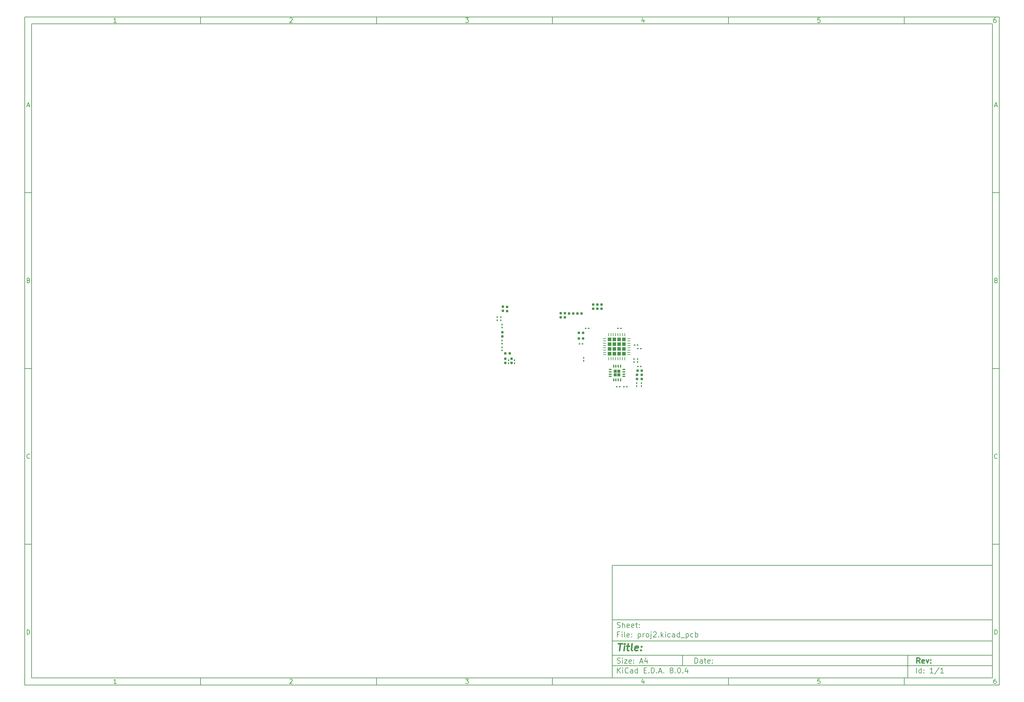
<source format=gbr>
%TF.GenerationSoftware,KiCad,Pcbnew,8.0.4*%
%TF.CreationDate,2024-08-19T20:12:35-04:00*%
%TF.ProjectId,proj2,70726f6a-322e-46b6-9963-61645f706362,rev?*%
%TF.SameCoordinates,Original*%
%TF.FileFunction,Paste,Top*%
%TF.FilePolarity,Positive*%
%FSLAX46Y46*%
G04 Gerber Fmt 4.6, Leading zero omitted, Abs format (unit mm)*
G04 Created by KiCad (PCBNEW 8.0.4) date 2024-08-19 20:12:35*
%MOMM*%
%LPD*%
G01*
G04 APERTURE LIST*
G04 Aperture macros list*
%AMRoundRect*
0 Rectangle with rounded corners*
0 $1 Rounding radius*
0 $2 $3 $4 $5 $6 $7 $8 $9 X,Y pos of 4 corners*
0 Add a 4 corners polygon primitive as box body*
4,1,4,$2,$3,$4,$5,$6,$7,$8,$9,$2,$3,0*
0 Add four circle primitives for the rounded corners*
1,1,$1+$1,$2,$3*
1,1,$1+$1,$4,$5*
1,1,$1+$1,$6,$7*
1,1,$1+$1,$8,$9*
0 Add four rect primitives between the rounded corners*
20,1,$1+$1,$2,$3,$4,$5,0*
20,1,$1+$1,$4,$5,$6,$7,0*
20,1,$1+$1,$6,$7,$8,$9,0*
20,1,$1+$1,$8,$9,$2,$3,0*%
G04 Aperture macros list end*
%ADD10C,0.100000*%
%ADD11C,0.150000*%
%ADD12C,0.300000*%
%ADD13C,0.400000*%
%ADD14RoundRect,0.160000X-0.160000X0.197500X-0.160000X-0.197500X0.160000X-0.197500X0.160000X0.197500X0*%
%ADD15RoundRect,0.160000X0.160000X-0.197500X0.160000X0.197500X-0.160000X0.197500X-0.160000X-0.197500X0*%
%ADD16RoundRect,0.090000X-0.139000X-0.090000X0.139000X-0.090000X0.139000X0.090000X-0.139000X0.090000X0*%
%ADD17RoundRect,0.160000X0.197500X0.160000X-0.197500X0.160000X-0.197500X-0.160000X0.197500X-0.160000X0*%
%ADD18RoundRect,0.090000X-0.090000X0.139000X-0.090000X-0.139000X0.090000X-0.139000X0.090000X0.139000X0*%
%ADD19RoundRect,0.160000X-0.197500X-0.160000X0.197500X-0.160000X0.197500X0.160000X-0.197500X0.160000X0*%
%ADD20RoundRect,0.090000X0.090000X-0.139000X0.090000X0.139000X-0.090000X0.139000X-0.090000X-0.139000X0*%
%ADD21RoundRect,0.250000X0.295000X-0.295000X0.295000X0.295000X-0.295000X0.295000X-0.295000X-0.295000X0*%
%ADD22RoundRect,0.062500X0.062500X-0.362500X0.062500X0.362500X-0.062500X0.362500X-0.062500X-0.362500X0*%
%ADD23RoundRect,0.062500X0.362500X-0.062500X0.362500X0.062500X-0.362500X0.062500X-0.362500X-0.062500X0*%
%ADD24RoundRect,0.227500X-0.227500X0.227500X-0.227500X-0.227500X0.227500X-0.227500X0.227500X0.227500X0*%
%ADD25RoundRect,0.075000X-0.075000X0.350000X-0.075000X-0.350000X0.075000X-0.350000X0.075000X0.350000X0*%
%ADD26RoundRect,0.075000X-0.350000X0.075000X-0.350000X-0.075000X0.350000X-0.075000X0.350000X0.075000X0*%
%ADD27RoundRect,0.090000X0.139000X0.090000X-0.139000X0.090000X-0.139000X-0.090000X0.139000X-0.090000X0*%
G04 APERTURE END LIST*
D10*
D11*
X177002200Y-166007200D02*
X285002200Y-166007200D01*
X285002200Y-198007200D01*
X177002200Y-198007200D01*
X177002200Y-166007200D01*
D10*
D11*
X10000000Y-10000000D02*
X287002200Y-10000000D01*
X287002200Y-200007200D01*
X10000000Y-200007200D01*
X10000000Y-10000000D01*
D10*
D11*
X12000000Y-12000000D02*
X285002200Y-12000000D01*
X285002200Y-198007200D01*
X12000000Y-198007200D01*
X12000000Y-12000000D01*
D10*
D11*
X60000000Y-12000000D02*
X60000000Y-10000000D01*
D10*
D11*
X110000000Y-12000000D02*
X110000000Y-10000000D01*
D10*
D11*
X160000000Y-12000000D02*
X160000000Y-10000000D01*
D10*
D11*
X210000000Y-12000000D02*
X210000000Y-10000000D01*
D10*
D11*
X260000000Y-12000000D02*
X260000000Y-10000000D01*
D10*
D11*
X36089160Y-11593604D02*
X35346303Y-11593604D01*
X35717731Y-11593604D02*
X35717731Y-10293604D01*
X35717731Y-10293604D02*
X35593922Y-10479319D01*
X35593922Y-10479319D02*
X35470112Y-10603128D01*
X35470112Y-10603128D02*
X35346303Y-10665033D01*
D10*
D11*
X85346303Y-10417414D02*
X85408207Y-10355509D01*
X85408207Y-10355509D02*
X85532017Y-10293604D01*
X85532017Y-10293604D02*
X85841541Y-10293604D01*
X85841541Y-10293604D02*
X85965350Y-10355509D01*
X85965350Y-10355509D02*
X86027255Y-10417414D01*
X86027255Y-10417414D02*
X86089160Y-10541223D01*
X86089160Y-10541223D02*
X86089160Y-10665033D01*
X86089160Y-10665033D02*
X86027255Y-10850747D01*
X86027255Y-10850747D02*
X85284398Y-11593604D01*
X85284398Y-11593604D02*
X86089160Y-11593604D01*
D10*
D11*
X135284398Y-10293604D02*
X136089160Y-10293604D01*
X136089160Y-10293604D02*
X135655826Y-10788842D01*
X135655826Y-10788842D02*
X135841541Y-10788842D01*
X135841541Y-10788842D02*
X135965350Y-10850747D01*
X135965350Y-10850747D02*
X136027255Y-10912652D01*
X136027255Y-10912652D02*
X136089160Y-11036461D01*
X136089160Y-11036461D02*
X136089160Y-11345985D01*
X136089160Y-11345985D02*
X136027255Y-11469795D01*
X136027255Y-11469795D02*
X135965350Y-11531700D01*
X135965350Y-11531700D02*
X135841541Y-11593604D01*
X135841541Y-11593604D02*
X135470112Y-11593604D01*
X135470112Y-11593604D02*
X135346303Y-11531700D01*
X135346303Y-11531700D02*
X135284398Y-11469795D01*
D10*
D11*
X185965350Y-10726938D02*
X185965350Y-11593604D01*
X185655826Y-10231700D02*
X185346303Y-11160271D01*
X185346303Y-11160271D02*
X186151064Y-11160271D01*
D10*
D11*
X236027255Y-10293604D02*
X235408207Y-10293604D01*
X235408207Y-10293604D02*
X235346303Y-10912652D01*
X235346303Y-10912652D02*
X235408207Y-10850747D01*
X235408207Y-10850747D02*
X235532017Y-10788842D01*
X235532017Y-10788842D02*
X235841541Y-10788842D01*
X235841541Y-10788842D02*
X235965350Y-10850747D01*
X235965350Y-10850747D02*
X236027255Y-10912652D01*
X236027255Y-10912652D02*
X236089160Y-11036461D01*
X236089160Y-11036461D02*
X236089160Y-11345985D01*
X236089160Y-11345985D02*
X236027255Y-11469795D01*
X236027255Y-11469795D02*
X235965350Y-11531700D01*
X235965350Y-11531700D02*
X235841541Y-11593604D01*
X235841541Y-11593604D02*
X235532017Y-11593604D01*
X235532017Y-11593604D02*
X235408207Y-11531700D01*
X235408207Y-11531700D02*
X235346303Y-11469795D01*
D10*
D11*
X285965350Y-10293604D02*
X285717731Y-10293604D01*
X285717731Y-10293604D02*
X285593922Y-10355509D01*
X285593922Y-10355509D02*
X285532017Y-10417414D01*
X285532017Y-10417414D02*
X285408207Y-10603128D01*
X285408207Y-10603128D02*
X285346303Y-10850747D01*
X285346303Y-10850747D02*
X285346303Y-11345985D01*
X285346303Y-11345985D02*
X285408207Y-11469795D01*
X285408207Y-11469795D02*
X285470112Y-11531700D01*
X285470112Y-11531700D02*
X285593922Y-11593604D01*
X285593922Y-11593604D02*
X285841541Y-11593604D01*
X285841541Y-11593604D02*
X285965350Y-11531700D01*
X285965350Y-11531700D02*
X286027255Y-11469795D01*
X286027255Y-11469795D02*
X286089160Y-11345985D01*
X286089160Y-11345985D02*
X286089160Y-11036461D01*
X286089160Y-11036461D02*
X286027255Y-10912652D01*
X286027255Y-10912652D02*
X285965350Y-10850747D01*
X285965350Y-10850747D02*
X285841541Y-10788842D01*
X285841541Y-10788842D02*
X285593922Y-10788842D01*
X285593922Y-10788842D02*
X285470112Y-10850747D01*
X285470112Y-10850747D02*
X285408207Y-10912652D01*
X285408207Y-10912652D02*
X285346303Y-11036461D01*
D10*
D11*
X60000000Y-198007200D02*
X60000000Y-200007200D01*
D10*
D11*
X110000000Y-198007200D02*
X110000000Y-200007200D01*
D10*
D11*
X160000000Y-198007200D02*
X160000000Y-200007200D01*
D10*
D11*
X210000000Y-198007200D02*
X210000000Y-200007200D01*
D10*
D11*
X260000000Y-198007200D02*
X260000000Y-200007200D01*
D10*
D11*
X36089160Y-199600804D02*
X35346303Y-199600804D01*
X35717731Y-199600804D02*
X35717731Y-198300804D01*
X35717731Y-198300804D02*
X35593922Y-198486519D01*
X35593922Y-198486519D02*
X35470112Y-198610328D01*
X35470112Y-198610328D02*
X35346303Y-198672233D01*
D10*
D11*
X85346303Y-198424614D02*
X85408207Y-198362709D01*
X85408207Y-198362709D02*
X85532017Y-198300804D01*
X85532017Y-198300804D02*
X85841541Y-198300804D01*
X85841541Y-198300804D02*
X85965350Y-198362709D01*
X85965350Y-198362709D02*
X86027255Y-198424614D01*
X86027255Y-198424614D02*
X86089160Y-198548423D01*
X86089160Y-198548423D02*
X86089160Y-198672233D01*
X86089160Y-198672233D02*
X86027255Y-198857947D01*
X86027255Y-198857947D02*
X85284398Y-199600804D01*
X85284398Y-199600804D02*
X86089160Y-199600804D01*
D10*
D11*
X135284398Y-198300804D02*
X136089160Y-198300804D01*
X136089160Y-198300804D02*
X135655826Y-198796042D01*
X135655826Y-198796042D02*
X135841541Y-198796042D01*
X135841541Y-198796042D02*
X135965350Y-198857947D01*
X135965350Y-198857947D02*
X136027255Y-198919852D01*
X136027255Y-198919852D02*
X136089160Y-199043661D01*
X136089160Y-199043661D02*
X136089160Y-199353185D01*
X136089160Y-199353185D02*
X136027255Y-199476995D01*
X136027255Y-199476995D02*
X135965350Y-199538900D01*
X135965350Y-199538900D02*
X135841541Y-199600804D01*
X135841541Y-199600804D02*
X135470112Y-199600804D01*
X135470112Y-199600804D02*
X135346303Y-199538900D01*
X135346303Y-199538900D02*
X135284398Y-199476995D01*
D10*
D11*
X185965350Y-198734138D02*
X185965350Y-199600804D01*
X185655826Y-198238900D02*
X185346303Y-199167471D01*
X185346303Y-199167471D02*
X186151064Y-199167471D01*
D10*
D11*
X236027255Y-198300804D02*
X235408207Y-198300804D01*
X235408207Y-198300804D02*
X235346303Y-198919852D01*
X235346303Y-198919852D02*
X235408207Y-198857947D01*
X235408207Y-198857947D02*
X235532017Y-198796042D01*
X235532017Y-198796042D02*
X235841541Y-198796042D01*
X235841541Y-198796042D02*
X235965350Y-198857947D01*
X235965350Y-198857947D02*
X236027255Y-198919852D01*
X236027255Y-198919852D02*
X236089160Y-199043661D01*
X236089160Y-199043661D02*
X236089160Y-199353185D01*
X236089160Y-199353185D02*
X236027255Y-199476995D01*
X236027255Y-199476995D02*
X235965350Y-199538900D01*
X235965350Y-199538900D02*
X235841541Y-199600804D01*
X235841541Y-199600804D02*
X235532017Y-199600804D01*
X235532017Y-199600804D02*
X235408207Y-199538900D01*
X235408207Y-199538900D02*
X235346303Y-199476995D01*
D10*
D11*
X285965350Y-198300804D02*
X285717731Y-198300804D01*
X285717731Y-198300804D02*
X285593922Y-198362709D01*
X285593922Y-198362709D02*
X285532017Y-198424614D01*
X285532017Y-198424614D02*
X285408207Y-198610328D01*
X285408207Y-198610328D02*
X285346303Y-198857947D01*
X285346303Y-198857947D02*
X285346303Y-199353185D01*
X285346303Y-199353185D02*
X285408207Y-199476995D01*
X285408207Y-199476995D02*
X285470112Y-199538900D01*
X285470112Y-199538900D02*
X285593922Y-199600804D01*
X285593922Y-199600804D02*
X285841541Y-199600804D01*
X285841541Y-199600804D02*
X285965350Y-199538900D01*
X285965350Y-199538900D02*
X286027255Y-199476995D01*
X286027255Y-199476995D02*
X286089160Y-199353185D01*
X286089160Y-199353185D02*
X286089160Y-199043661D01*
X286089160Y-199043661D02*
X286027255Y-198919852D01*
X286027255Y-198919852D02*
X285965350Y-198857947D01*
X285965350Y-198857947D02*
X285841541Y-198796042D01*
X285841541Y-198796042D02*
X285593922Y-198796042D01*
X285593922Y-198796042D02*
X285470112Y-198857947D01*
X285470112Y-198857947D02*
X285408207Y-198919852D01*
X285408207Y-198919852D02*
X285346303Y-199043661D01*
D10*
D11*
X10000000Y-60000000D02*
X12000000Y-60000000D01*
D10*
D11*
X10000000Y-110000000D02*
X12000000Y-110000000D01*
D10*
D11*
X10000000Y-160000000D02*
X12000000Y-160000000D01*
D10*
D11*
X10690476Y-35222176D02*
X11309523Y-35222176D01*
X10566666Y-35593604D02*
X10999999Y-34293604D01*
X10999999Y-34293604D02*
X11433333Y-35593604D01*
D10*
D11*
X11092857Y-84912652D02*
X11278571Y-84974557D01*
X11278571Y-84974557D02*
X11340476Y-85036461D01*
X11340476Y-85036461D02*
X11402380Y-85160271D01*
X11402380Y-85160271D02*
X11402380Y-85345985D01*
X11402380Y-85345985D02*
X11340476Y-85469795D01*
X11340476Y-85469795D02*
X11278571Y-85531700D01*
X11278571Y-85531700D02*
X11154761Y-85593604D01*
X11154761Y-85593604D02*
X10659523Y-85593604D01*
X10659523Y-85593604D02*
X10659523Y-84293604D01*
X10659523Y-84293604D02*
X11092857Y-84293604D01*
X11092857Y-84293604D02*
X11216666Y-84355509D01*
X11216666Y-84355509D02*
X11278571Y-84417414D01*
X11278571Y-84417414D02*
X11340476Y-84541223D01*
X11340476Y-84541223D02*
X11340476Y-84665033D01*
X11340476Y-84665033D02*
X11278571Y-84788842D01*
X11278571Y-84788842D02*
X11216666Y-84850747D01*
X11216666Y-84850747D02*
X11092857Y-84912652D01*
X11092857Y-84912652D02*
X10659523Y-84912652D01*
D10*
D11*
X11402380Y-135469795D02*
X11340476Y-135531700D01*
X11340476Y-135531700D02*
X11154761Y-135593604D01*
X11154761Y-135593604D02*
X11030952Y-135593604D01*
X11030952Y-135593604D02*
X10845238Y-135531700D01*
X10845238Y-135531700D02*
X10721428Y-135407890D01*
X10721428Y-135407890D02*
X10659523Y-135284080D01*
X10659523Y-135284080D02*
X10597619Y-135036461D01*
X10597619Y-135036461D02*
X10597619Y-134850747D01*
X10597619Y-134850747D02*
X10659523Y-134603128D01*
X10659523Y-134603128D02*
X10721428Y-134479319D01*
X10721428Y-134479319D02*
X10845238Y-134355509D01*
X10845238Y-134355509D02*
X11030952Y-134293604D01*
X11030952Y-134293604D02*
X11154761Y-134293604D01*
X11154761Y-134293604D02*
X11340476Y-134355509D01*
X11340476Y-134355509D02*
X11402380Y-134417414D01*
D10*
D11*
X10659523Y-185593604D02*
X10659523Y-184293604D01*
X10659523Y-184293604D02*
X10969047Y-184293604D01*
X10969047Y-184293604D02*
X11154761Y-184355509D01*
X11154761Y-184355509D02*
X11278571Y-184479319D01*
X11278571Y-184479319D02*
X11340476Y-184603128D01*
X11340476Y-184603128D02*
X11402380Y-184850747D01*
X11402380Y-184850747D02*
X11402380Y-185036461D01*
X11402380Y-185036461D02*
X11340476Y-185284080D01*
X11340476Y-185284080D02*
X11278571Y-185407890D01*
X11278571Y-185407890D02*
X11154761Y-185531700D01*
X11154761Y-185531700D02*
X10969047Y-185593604D01*
X10969047Y-185593604D02*
X10659523Y-185593604D01*
D10*
D11*
X287002200Y-60000000D02*
X285002200Y-60000000D01*
D10*
D11*
X287002200Y-110000000D02*
X285002200Y-110000000D01*
D10*
D11*
X287002200Y-160000000D02*
X285002200Y-160000000D01*
D10*
D11*
X285692676Y-35222176D02*
X286311723Y-35222176D01*
X285568866Y-35593604D02*
X286002199Y-34293604D01*
X286002199Y-34293604D02*
X286435533Y-35593604D01*
D10*
D11*
X286095057Y-84912652D02*
X286280771Y-84974557D01*
X286280771Y-84974557D02*
X286342676Y-85036461D01*
X286342676Y-85036461D02*
X286404580Y-85160271D01*
X286404580Y-85160271D02*
X286404580Y-85345985D01*
X286404580Y-85345985D02*
X286342676Y-85469795D01*
X286342676Y-85469795D02*
X286280771Y-85531700D01*
X286280771Y-85531700D02*
X286156961Y-85593604D01*
X286156961Y-85593604D02*
X285661723Y-85593604D01*
X285661723Y-85593604D02*
X285661723Y-84293604D01*
X285661723Y-84293604D02*
X286095057Y-84293604D01*
X286095057Y-84293604D02*
X286218866Y-84355509D01*
X286218866Y-84355509D02*
X286280771Y-84417414D01*
X286280771Y-84417414D02*
X286342676Y-84541223D01*
X286342676Y-84541223D02*
X286342676Y-84665033D01*
X286342676Y-84665033D02*
X286280771Y-84788842D01*
X286280771Y-84788842D02*
X286218866Y-84850747D01*
X286218866Y-84850747D02*
X286095057Y-84912652D01*
X286095057Y-84912652D02*
X285661723Y-84912652D01*
D10*
D11*
X286404580Y-135469795D02*
X286342676Y-135531700D01*
X286342676Y-135531700D02*
X286156961Y-135593604D01*
X286156961Y-135593604D02*
X286033152Y-135593604D01*
X286033152Y-135593604D02*
X285847438Y-135531700D01*
X285847438Y-135531700D02*
X285723628Y-135407890D01*
X285723628Y-135407890D02*
X285661723Y-135284080D01*
X285661723Y-135284080D02*
X285599819Y-135036461D01*
X285599819Y-135036461D02*
X285599819Y-134850747D01*
X285599819Y-134850747D02*
X285661723Y-134603128D01*
X285661723Y-134603128D02*
X285723628Y-134479319D01*
X285723628Y-134479319D02*
X285847438Y-134355509D01*
X285847438Y-134355509D02*
X286033152Y-134293604D01*
X286033152Y-134293604D02*
X286156961Y-134293604D01*
X286156961Y-134293604D02*
X286342676Y-134355509D01*
X286342676Y-134355509D02*
X286404580Y-134417414D01*
D10*
D11*
X285661723Y-185593604D02*
X285661723Y-184293604D01*
X285661723Y-184293604D02*
X285971247Y-184293604D01*
X285971247Y-184293604D02*
X286156961Y-184355509D01*
X286156961Y-184355509D02*
X286280771Y-184479319D01*
X286280771Y-184479319D02*
X286342676Y-184603128D01*
X286342676Y-184603128D02*
X286404580Y-184850747D01*
X286404580Y-184850747D02*
X286404580Y-185036461D01*
X286404580Y-185036461D02*
X286342676Y-185284080D01*
X286342676Y-185284080D02*
X286280771Y-185407890D01*
X286280771Y-185407890D02*
X286156961Y-185531700D01*
X286156961Y-185531700D02*
X285971247Y-185593604D01*
X285971247Y-185593604D02*
X285661723Y-185593604D01*
D10*
D11*
X200458026Y-193793328D02*
X200458026Y-192293328D01*
X200458026Y-192293328D02*
X200815169Y-192293328D01*
X200815169Y-192293328D02*
X201029455Y-192364757D01*
X201029455Y-192364757D02*
X201172312Y-192507614D01*
X201172312Y-192507614D02*
X201243741Y-192650471D01*
X201243741Y-192650471D02*
X201315169Y-192936185D01*
X201315169Y-192936185D02*
X201315169Y-193150471D01*
X201315169Y-193150471D02*
X201243741Y-193436185D01*
X201243741Y-193436185D02*
X201172312Y-193579042D01*
X201172312Y-193579042D02*
X201029455Y-193721900D01*
X201029455Y-193721900D02*
X200815169Y-193793328D01*
X200815169Y-193793328D02*
X200458026Y-193793328D01*
X202600884Y-193793328D02*
X202600884Y-193007614D01*
X202600884Y-193007614D02*
X202529455Y-192864757D01*
X202529455Y-192864757D02*
X202386598Y-192793328D01*
X202386598Y-192793328D02*
X202100884Y-192793328D01*
X202100884Y-192793328D02*
X201958026Y-192864757D01*
X202600884Y-193721900D02*
X202458026Y-193793328D01*
X202458026Y-193793328D02*
X202100884Y-193793328D01*
X202100884Y-193793328D02*
X201958026Y-193721900D01*
X201958026Y-193721900D02*
X201886598Y-193579042D01*
X201886598Y-193579042D02*
X201886598Y-193436185D01*
X201886598Y-193436185D02*
X201958026Y-193293328D01*
X201958026Y-193293328D02*
X202100884Y-193221900D01*
X202100884Y-193221900D02*
X202458026Y-193221900D01*
X202458026Y-193221900D02*
X202600884Y-193150471D01*
X203100884Y-192793328D02*
X203672312Y-192793328D01*
X203315169Y-192293328D02*
X203315169Y-193579042D01*
X203315169Y-193579042D02*
X203386598Y-193721900D01*
X203386598Y-193721900D02*
X203529455Y-193793328D01*
X203529455Y-193793328D02*
X203672312Y-193793328D01*
X204743741Y-193721900D02*
X204600884Y-193793328D01*
X204600884Y-193793328D02*
X204315170Y-193793328D01*
X204315170Y-193793328D02*
X204172312Y-193721900D01*
X204172312Y-193721900D02*
X204100884Y-193579042D01*
X204100884Y-193579042D02*
X204100884Y-193007614D01*
X204100884Y-193007614D02*
X204172312Y-192864757D01*
X204172312Y-192864757D02*
X204315170Y-192793328D01*
X204315170Y-192793328D02*
X204600884Y-192793328D01*
X204600884Y-192793328D02*
X204743741Y-192864757D01*
X204743741Y-192864757D02*
X204815170Y-193007614D01*
X204815170Y-193007614D02*
X204815170Y-193150471D01*
X204815170Y-193150471D02*
X204100884Y-193293328D01*
X205458026Y-193650471D02*
X205529455Y-193721900D01*
X205529455Y-193721900D02*
X205458026Y-193793328D01*
X205458026Y-193793328D02*
X205386598Y-193721900D01*
X205386598Y-193721900D02*
X205458026Y-193650471D01*
X205458026Y-193650471D02*
X205458026Y-193793328D01*
X205458026Y-192864757D02*
X205529455Y-192936185D01*
X205529455Y-192936185D02*
X205458026Y-193007614D01*
X205458026Y-193007614D02*
X205386598Y-192936185D01*
X205386598Y-192936185D02*
X205458026Y-192864757D01*
X205458026Y-192864757D02*
X205458026Y-193007614D01*
D10*
D11*
X177002200Y-194507200D02*
X285002200Y-194507200D01*
D10*
D11*
X178458026Y-196593328D02*
X178458026Y-195093328D01*
X179315169Y-196593328D02*
X178672312Y-195736185D01*
X179315169Y-195093328D02*
X178458026Y-195950471D01*
X179958026Y-196593328D02*
X179958026Y-195593328D01*
X179958026Y-195093328D02*
X179886598Y-195164757D01*
X179886598Y-195164757D02*
X179958026Y-195236185D01*
X179958026Y-195236185D02*
X180029455Y-195164757D01*
X180029455Y-195164757D02*
X179958026Y-195093328D01*
X179958026Y-195093328D02*
X179958026Y-195236185D01*
X181529455Y-196450471D02*
X181458027Y-196521900D01*
X181458027Y-196521900D02*
X181243741Y-196593328D01*
X181243741Y-196593328D02*
X181100884Y-196593328D01*
X181100884Y-196593328D02*
X180886598Y-196521900D01*
X180886598Y-196521900D02*
X180743741Y-196379042D01*
X180743741Y-196379042D02*
X180672312Y-196236185D01*
X180672312Y-196236185D02*
X180600884Y-195950471D01*
X180600884Y-195950471D02*
X180600884Y-195736185D01*
X180600884Y-195736185D02*
X180672312Y-195450471D01*
X180672312Y-195450471D02*
X180743741Y-195307614D01*
X180743741Y-195307614D02*
X180886598Y-195164757D01*
X180886598Y-195164757D02*
X181100884Y-195093328D01*
X181100884Y-195093328D02*
X181243741Y-195093328D01*
X181243741Y-195093328D02*
X181458027Y-195164757D01*
X181458027Y-195164757D02*
X181529455Y-195236185D01*
X182815170Y-196593328D02*
X182815170Y-195807614D01*
X182815170Y-195807614D02*
X182743741Y-195664757D01*
X182743741Y-195664757D02*
X182600884Y-195593328D01*
X182600884Y-195593328D02*
X182315170Y-195593328D01*
X182315170Y-195593328D02*
X182172312Y-195664757D01*
X182815170Y-196521900D02*
X182672312Y-196593328D01*
X182672312Y-196593328D02*
X182315170Y-196593328D01*
X182315170Y-196593328D02*
X182172312Y-196521900D01*
X182172312Y-196521900D02*
X182100884Y-196379042D01*
X182100884Y-196379042D02*
X182100884Y-196236185D01*
X182100884Y-196236185D02*
X182172312Y-196093328D01*
X182172312Y-196093328D02*
X182315170Y-196021900D01*
X182315170Y-196021900D02*
X182672312Y-196021900D01*
X182672312Y-196021900D02*
X182815170Y-195950471D01*
X184172313Y-196593328D02*
X184172313Y-195093328D01*
X184172313Y-196521900D02*
X184029455Y-196593328D01*
X184029455Y-196593328D02*
X183743741Y-196593328D01*
X183743741Y-196593328D02*
X183600884Y-196521900D01*
X183600884Y-196521900D02*
X183529455Y-196450471D01*
X183529455Y-196450471D02*
X183458027Y-196307614D01*
X183458027Y-196307614D02*
X183458027Y-195879042D01*
X183458027Y-195879042D02*
X183529455Y-195736185D01*
X183529455Y-195736185D02*
X183600884Y-195664757D01*
X183600884Y-195664757D02*
X183743741Y-195593328D01*
X183743741Y-195593328D02*
X184029455Y-195593328D01*
X184029455Y-195593328D02*
X184172313Y-195664757D01*
X186029455Y-195807614D02*
X186529455Y-195807614D01*
X186743741Y-196593328D02*
X186029455Y-196593328D01*
X186029455Y-196593328D02*
X186029455Y-195093328D01*
X186029455Y-195093328D02*
X186743741Y-195093328D01*
X187386598Y-196450471D02*
X187458027Y-196521900D01*
X187458027Y-196521900D02*
X187386598Y-196593328D01*
X187386598Y-196593328D02*
X187315170Y-196521900D01*
X187315170Y-196521900D02*
X187386598Y-196450471D01*
X187386598Y-196450471D02*
X187386598Y-196593328D01*
X188100884Y-196593328D02*
X188100884Y-195093328D01*
X188100884Y-195093328D02*
X188458027Y-195093328D01*
X188458027Y-195093328D02*
X188672313Y-195164757D01*
X188672313Y-195164757D02*
X188815170Y-195307614D01*
X188815170Y-195307614D02*
X188886599Y-195450471D01*
X188886599Y-195450471D02*
X188958027Y-195736185D01*
X188958027Y-195736185D02*
X188958027Y-195950471D01*
X188958027Y-195950471D02*
X188886599Y-196236185D01*
X188886599Y-196236185D02*
X188815170Y-196379042D01*
X188815170Y-196379042D02*
X188672313Y-196521900D01*
X188672313Y-196521900D02*
X188458027Y-196593328D01*
X188458027Y-196593328D02*
X188100884Y-196593328D01*
X189600884Y-196450471D02*
X189672313Y-196521900D01*
X189672313Y-196521900D02*
X189600884Y-196593328D01*
X189600884Y-196593328D02*
X189529456Y-196521900D01*
X189529456Y-196521900D02*
X189600884Y-196450471D01*
X189600884Y-196450471D02*
X189600884Y-196593328D01*
X190243742Y-196164757D02*
X190958028Y-196164757D01*
X190100885Y-196593328D02*
X190600885Y-195093328D01*
X190600885Y-195093328D02*
X191100885Y-196593328D01*
X191600884Y-196450471D02*
X191672313Y-196521900D01*
X191672313Y-196521900D02*
X191600884Y-196593328D01*
X191600884Y-196593328D02*
X191529456Y-196521900D01*
X191529456Y-196521900D02*
X191600884Y-196450471D01*
X191600884Y-196450471D02*
X191600884Y-196593328D01*
X193672313Y-195736185D02*
X193529456Y-195664757D01*
X193529456Y-195664757D02*
X193458027Y-195593328D01*
X193458027Y-195593328D02*
X193386599Y-195450471D01*
X193386599Y-195450471D02*
X193386599Y-195379042D01*
X193386599Y-195379042D02*
X193458027Y-195236185D01*
X193458027Y-195236185D02*
X193529456Y-195164757D01*
X193529456Y-195164757D02*
X193672313Y-195093328D01*
X193672313Y-195093328D02*
X193958027Y-195093328D01*
X193958027Y-195093328D02*
X194100885Y-195164757D01*
X194100885Y-195164757D02*
X194172313Y-195236185D01*
X194172313Y-195236185D02*
X194243742Y-195379042D01*
X194243742Y-195379042D02*
X194243742Y-195450471D01*
X194243742Y-195450471D02*
X194172313Y-195593328D01*
X194172313Y-195593328D02*
X194100885Y-195664757D01*
X194100885Y-195664757D02*
X193958027Y-195736185D01*
X193958027Y-195736185D02*
X193672313Y-195736185D01*
X193672313Y-195736185D02*
X193529456Y-195807614D01*
X193529456Y-195807614D02*
X193458027Y-195879042D01*
X193458027Y-195879042D02*
X193386599Y-196021900D01*
X193386599Y-196021900D02*
X193386599Y-196307614D01*
X193386599Y-196307614D02*
X193458027Y-196450471D01*
X193458027Y-196450471D02*
X193529456Y-196521900D01*
X193529456Y-196521900D02*
X193672313Y-196593328D01*
X193672313Y-196593328D02*
X193958027Y-196593328D01*
X193958027Y-196593328D02*
X194100885Y-196521900D01*
X194100885Y-196521900D02*
X194172313Y-196450471D01*
X194172313Y-196450471D02*
X194243742Y-196307614D01*
X194243742Y-196307614D02*
X194243742Y-196021900D01*
X194243742Y-196021900D02*
X194172313Y-195879042D01*
X194172313Y-195879042D02*
X194100885Y-195807614D01*
X194100885Y-195807614D02*
X193958027Y-195736185D01*
X194886598Y-196450471D02*
X194958027Y-196521900D01*
X194958027Y-196521900D02*
X194886598Y-196593328D01*
X194886598Y-196593328D02*
X194815170Y-196521900D01*
X194815170Y-196521900D02*
X194886598Y-196450471D01*
X194886598Y-196450471D02*
X194886598Y-196593328D01*
X195886599Y-195093328D02*
X196029456Y-195093328D01*
X196029456Y-195093328D02*
X196172313Y-195164757D01*
X196172313Y-195164757D02*
X196243742Y-195236185D01*
X196243742Y-195236185D02*
X196315170Y-195379042D01*
X196315170Y-195379042D02*
X196386599Y-195664757D01*
X196386599Y-195664757D02*
X196386599Y-196021900D01*
X196386599Y-196021900D02*
X196315170Y-196307614D01*
X196315170Y-196307614D02*
X196243742Y-196450471D01*
X196243742Y-196450471D02*
X196172313Y-196521900D01*
X196172313Y-196521900D02*
X196029456Y-196593328D01*
X196029456Y-196593328D02*
X195886599Y-196593328D01*
X195886599Y-196593328D02*
X195743742Y-196521900D01*
X195743742Y-196521900D02*
X195672313Y-196450471D01*
X195672313Y-196450471D02*
X195600884Y-196307614D01*
X195600884Y-196307614D02*
X195529456Y-196021900D01*
X195529456Y-196021900D02*
X195529456Y-195664757D01*
X195529456Y-195664757D02*
X195600884Y-195379042D01*
X195600884Y-195379042D02*
X195672313Y-195236185D01*
X195672313Y-195236185D02*
X195743742Y-195164757D01*
X195743742Y-195164757D02*
X195886599Y-195093328D01*
X197029455Y-196450471D02*
X197100884Y-196521900D01*
X197100884Y-196521900D02*
X197029455Y-196593328D01*
X197029455Y-196593328D02*
X196958027Y-196521900D01*
X196958027Y-196521900D02*
X197029455Y-196450471D01*
X197029455Y-196450471D02*
X197029455Y-196593328D01*
X198386599Y-195593328D02*
X198386599Y-196593328D01*
X198029456Y-195021900D02*
X197672313Y-196093328D01*
X197672313Y-196093328D02*
X198600884Y-196093328D01*
D10*
D11*
X177002200Y-191507200D02*
X285002200Y-191507200D01*
D10*
D12*
X264413853Y-193785528D02*
X263913853Y-193071242D01*
X263556710Y-193785528D02*
X263556710Y-192285528D01*
X263556710Y-192285528D02*
X264128139Y-192285528D01*
X264128139Y-192285528D02*
X264270996Y-192356957D01*
X264270996Y-192356957D02*
X264342425Y-192428385D01*
X264342425Y-192428385D02*
X264413853Y-192571242D01*
X264413853Y-192571242D02*
X264413853Y-192785528D01*
X264413853Y-192785528D02*
X264342425Y-192928385D01*
X264342425Y-192928385D02*
X264270996Y-192999814D01*
X264270996Y-192999814D02*
X264128139Y-193071242D01*
X264128139Y-193071242D02*
X263556710Y-193071242D01*
X265628139Y-193714100D02*
X265485282Y-193785528D01*
X265485282Y-193785528D02*
X265199568Y-193785528D01*
X265199568Y-193785528D02*
X265056710Y-193714100D01*
X265056710Y-193714100D02*
X264985282Y-193571242D01*
X264985282Y-193571242D02*
X264985282Y-192999814D01*
X264985282Y-192999814D02*
X265056710Y-192856957D01*
X265056710Y-192856957D02*
X265199568Y-192785528D01*
X265199568Y-192785528D02*
X265485282Y-192785528D01*
X265485282Y-192785528D02*
X265628139Y-192856957D01*
X265628139Y-192856957D02*
X265699568Y-192999814D01*
X265699568Y-192999814D02*
X265699568Y-193142671D01*
X265699568Y-193142671D02*
X264985282Y-193285528D01*
X266199567Y-192785528D02*
X266556710Y-193785528D01*
X266556710Y-193785528D02*
X266913853Y-192785528D01*
X267485281Y-193642671D02*
X267556710Y-193714100D01*
X267556710Y-193714100D02*
X267485281Y-193785528D01*
X267485281Y-193785528D02*
X267413853Y-193714100D01*
X267413853Y-193714100D02*
X267485281Y-193642671D01*
X267485281Y-193642671D02*
X267485281Y-193785528D01*
X267485281Y-192856957D02*
X267556710Y-192928385D01*
X267556710Y-192928385D02*
X267485281Y-192999814D01*
X267485281Y-192999814D02*
X267413853Y-192928385D01*
X267413853Y-192928385D02*
X267485281Y-192856957D01*
X267485281Y-192856957D02*
X267485281Y-192999814D01*
D10*
D11*
X178386598Y-193721900D02*
X178600884Y-193793328D01*
X178600884Y-193793328D02*
X178958026Y-193793328D01*
X178958026Y-193793328D02*
X179100884Y-193721900D01*
X179100884Y-193721900D02*
X179172312Y-193650471D01*
X179172312Y-193650471D02*
X179243741Y-193507614D01*
X179243741Y-193507614D02*
X179243741Y-193364757D01*
X179243741Y-193364757D02*
X179172312Y-193221900D01*
X179172312Y-193221900D02*
X179100884Y-193150471D01*
X179100884Y-193150471D02*
X178958026Y-193079042D01*
X178958026Y-193079042D02*
X178672312Y-193007614D01*
X178672312Y-193007614D02*
X178529455Y-192936185D01*
X178529455Y-192936185D02*
X178458026Y-192864757D01*
X178458026Y-192864757D02*
X178386598Y-192721900D01*
X178386598Y-192721900D02*
X178386598Y-192579042D01*
X178386598Y-192579042D02*
X178458026Y-192436185D01*
X178458026Y-192436185D02*
X178529455Y-192364757D01*
X178529455Y-192364757D02*
X178672312Y-192293328D01*
X178672312Y-192293328D02*
X179029455Y-192293328D01*
X179029455Y-192293328D02*
X179243741Y-192364757D01*
X179886597Y-193793328D02*
X179886597Y-192793328D01*
X179886597Y-192293328D02*
X179815169Y-192364757D01*
X179815169Y-192364757D02*
X179886597Y-192436185D01*
X179886597Y-192436185D02*
X179958026Y-192364757D01*
X179958026Y-192364757D02*
X179886597Y-192293328D01*
X179886597Y-192293328D02*
X179886597Y-192436185D01*
X180458026Y-192793328D02*
X181243741Y-192793328D01*
X181243741Y-192793328D02*
X180458026Y-193793328D01*
X180458026Y-193793328D02*
X181243741Y-193793328D01*
X182386598Y-193721900D02*
X182243741Y-193793328D01*
X182243741Y-193793328D02*
X181958027Y-193793328D01*
X181958027Y-193793328D02*
X181815169Y-193721900D01*
X181815169Y-193721900D02*
X181743741Y-193579042D01*
X181743741Y-193579042D02*
X181743741Y-193007614D01*
X181743741Y-193007614D02*
X181815169Y-192864757D01*
X181815169Y-192864757D02*
X181958027Y-192793328D01*
X181958027Y-192793328D02*
X182243741Y-192793328D01*
X182243741Y-192793328D02*
X182386598Y-192864757D01*
X182386598Y-192864757D02*
X182458027Y-193007614D01*
X182458027Y-193007614D02*
X182458027Y-193150471D01*
X182458027Y-193150471D02*
X181743741Y-193293328D01*
X183100883Y-193650471D02*
X183172312Y-193721900D01*
X183172312Y-193721900D02*
X183100883Y-193793328D01*
X183100883Y-193793328D02*
X183029455Y-193721900D01*
X183029455Y-193721900D02*
X183100883Y-193650471D01*
X183100883Y-193650471D02*
X183100883Y-193793328D01*
X183100883Y-192864757D02*
X183172312Y-192936185D01*
X183172312Y-192936185D02*
X183100883Y-193007614D01*
X183100883Y-193007614D02*
X183029455Y-192936185D01*
X183029455Y-192936185D02*
X183100883Y-192864757D01*
X183100883Y-192864757D02*
X183100883Y-193007614D01*
X184886598Y-193364757D02*
X185600884Y-193364757D01*
X184743741Y-193793328D02*
X185243741Y-192293328D01*
X185243741Y-192293328D02*
X185743741Y-193793328D01*
X186886598Y-192793328D02*
X186886598Y-193793328D01*
X186529455Y-192221900D02*
X186172312Y-193293328D01*
X186172312Y-193293328D02*
X187100883Y-193293328D01*
D10*
D11*
X263458026Y-196593328D02*
X263458026Y-195093328D01*
X264815170Y-196593328D02*
X264815170Y-195093328D01*
X264815170Y-196521900D02*
X264672312Y-196593328D01*
X264672312Y-196593328D02*
X264386598Y-196593328D01*
X264386598Y-196593328D02*
X264243741Y-196521900D01*
X264243741Y-196521900D02*
X264172312Y-196450471D01*
X264172312Y-196450471D02*
X264100884Y-196307614D01*
X264100884Y-196307614D02*
X264100884Y-195879042D01*
X264100884Y-195879042D02*
X264172312Y-195736185D01*
X264172312Y-195736185D02*
X264243741Y-195664757D01*
X264243741Y-195664757D02*
X264386598Y-195593328D01*
X264386598Y-195593328D02*
X264672312Y-195593328D01*
X264672312Y-195593328D02*
X264815170Y-195664757D01*
X265529455Y-196450471D02*
X265600884Y-196521900D01*
X265600884Y-196521900D02*
X265529455Y-196593328D01*
X265529455Y-196593328D02*
X265458027Y-196521900D01*
X265458027Y-196521900D02*
X265529455Y-196450471D01*
X265529455Y-196450471D02*
X265529455Y-196593328D01*
X265529455Y-195664757D02*
X265600884Y-195736185D01*
X265600884Y-195736185D02*
X265529455Y-195807614D01*
X265529455Y-195807614D02*
X265458027Y-195736185D01*
X265458027Y-195736185D02*
X265529455Y-195664757D01*
X265529455Y-195664757D02*
X265529455Y-195807614D01*
X268172313Y-196593328D02*
X267315170Y-196593328D01*
X267743741Y-196593328D02*
X267743741Y-195093328D01*
X267743741Y-195093328D02*
X267600884Y-195307614D01*
X267600884Y-195307614D02*
X267458027Y-195450471D01*
X267458027Y-195450471D02*
X267315170Y-195521900D01*
X269886598Y-195021900D02*
X268600884Y-196950471D01*
X271172313Y-196593328D02*
X270315170Y-196593328D01*
X270743741Y-196593328D02*
X270743741Y-195093328D01*
X270743741Y-195093328D02*
X270600884Y-195307614D01*
X270600884Y-195307614D02*
X270458027Y-195450471D01*
X270458027Y-195450471D02*
X270315170Y-195521900D01*
D10*
D11*
X177002200Y-187507200D02*
X285002200Y-187507200D01*
D10*
D13*
X178693928Y-188211638D02*
X179836785Y-188211638D01*
X179015357Y-190211638D02*
X179265357Y-188211638D01*
X180253452Y-190211638D02*
X180420119Y-188878304D01*
X180503452Y-188211638D02*
X180396309Y-188306876D01*
X180396309Y-188306876D02*
X180479643Y-188402114D01*
X180479643Y-188402114D02*
X180586786Y-188306876D01*
X180586786Y-188306876D02*
X180503452Y-188211638D01*
X180503452Y-188211638D02*
X180479643Y-188402114D01*
X181086786Y-188878304D02*
X181848690Y-188878304D01*
X181455833Y-188211638D02*
X181241548Y-189925923D01*
X181241548Y-189925923D02*
X181312976Y-190116400D01*
X181312976Y-190116400D02*
X181491548Y-190211638D01*
X181491548Y-190211638D02*
X181682024Y-190211638D01*
X182634405Y-190211638D02*
X182455833Y-190116400D01*
X182455833Y-190116400D02*
X182384405Y-189925923D01*
X182384405Y-189925923D02*
X182598690Y-188211638D01*
X184170119Y-190116400D02*
X183967738Y-190211638D01*
X183967738Y-190211638D02*
X183586785Y-190211638D01*
X183586785Y-190211638D02*
X183408214Y-190116400D01*
X183408214Y-190116400D02*
X183336785Y-189925923D01*
X183336785Y-189925923D02*
X183432024Y-189164019D01*
X183432024Y-189164019D02*
X183551071Y-188973542D01*
X183551071Y-188973542D02*
X183753452Y-188878304D01*
X183753452Y-188878304D02*
X184134404Y-188878304D01*
X184134404Y-188878304D02*
X184312976Y-188973542D01*
X184312976Y-188973542D02*
X184384404Y-189164019D01*
X184384404Y-189164019D02*
X184360595Y-189354495D01*
X184360595Y-189354495D02*
X183384404Y-189544971D01*
X185134405Y-190021161D02*
X185217738Y-190116400D01*
X185217738Y-190116400D02*
X185110595Y-190211638D01*
X185110595Y-190211638D02*
X185027262Y-190116400D01*
X185027262Y-190116400D02*
X185134405Y-190021161D01*
X185134405Y-190021161D02*
X185110595Y-190211638D01*
X185265357Y-188973542D02*
X185348690Y-189068780D01*
X185348690Y-189068780D02*
X185241548Y-189164019D01*
X185241548Y-189164019D02*
X185158214Y-189068780D01*
X185158214Y-189068780D02*
X185265357Y-188973542D01*
X185265357Y-188973542D02*
X185241548Y-189164019D01*
D10*
D11*
X178958026Y-185607614D02*
X178458026Y-185607614D01*
X178458026Y-186393328D02*
X178458026Y-184893328D01*
X178458026Y-184893328D02*
X179172312Y-184893328D01*
X179743740Y-186393328D02*
X179743740Y-185393328D01*
X179743740Y-184893328D02*
X179672312Y-184964757D01*
X179672312Y-184964757D02*
X179743740Y-185036185D01*
X179743740Y-185036185D02*
X179815169Y-184964757D01*
X179815169Y-184964757D02*
X179743740Y-184893328D01*
X179743740Y-184893328D02*
X179743740Y-185036185D01*
X180672312Y-186393328D02*
X180529455Y-186321900D01*
X180529455Y-186321900D02*
X180458026Y-186179042D01*
X180458026Y-186179042D02*
X180458026Y-184893328D01*
X181815169Y-186321900D02*
X181672312Y-186393328D01*
X181672312Y-186393328D02*
X181386598Y-186393328D01*
X181386598Y-186393328D02*
X181243740Y-186321900D01*
X181243740Y-186321900D02*
X181172312Y-186179042D01*
X181172312Y-186179042D02*
X181172312Y-185607614D01*
X181172312Y-185607614D02*
X181243740Y-185464757D01*
X181243740Y-185464757D02*
X181386598Y-185393328D01*
X181386598Y-185393328D02*
X181672312Y-185393328D01*
X181672312Y-185393328D02*
X181815169Y-185464757D01*
X181815169Y-185464757D02*
X181886598Y-185607614D01*
X181886598Y-185607614D02*
X181886598Y-185750471D01*
X181886598Y-185750471D02*
X181172312Y-185893328D01*
X182529454Y-186250471D02*
X182600883Y-186321900D01*
X182600883Y-186321900D02*
X182529454Y-186393328D01*
X182529454Y-186393328D02*
X182458026Y-186321900D01*
X182458026Y-186321900D02*
X182529454Y-186250471D01*
X182529454Y-186250471D02*
X182529454Y-186393328D01*
X182529454Y-185464757D02*
X182600883Y-185536185D01*
X182600883Y-185536185D02*
X182529454Y-185607614D01*
X182529454Y-185607614D02*
X182458026Y-185536185D01*
X182458026Y-185536185D02*
X182529454Y-185464757D01*
X182529454Y-185464757D02*
X182529454Y-185607614D01*
X184386597Y-185393328D02*
X184386597Y-186893328D01*
X184386597Y-185464757D02*
X184529455Y-185393328D01*
X184529455Y-185393328D02*
X184815169Y-185393328D01*
X184815169Y-185393328D02*
X184958026Y-185464757D01*
X184958026Y-185464757D02*
X185029455Y-185536185D01*
X185029455Y-185536185D02*
X185100883Y-185679042D01*
X185100883Y-185679042D02*
X185100883Y-186107614D01*
X185100883Y-186107614D02*
X185029455Y-186250471D01*
X185029455Y-186250471D02*
X184958026Y-186321900D01*
X184958026Y-186321900D02*
X184815169Y-186393328D01*
X184815169Y-186393328D02*
X184529455Y-186393328D01*
X184529455Y-186393328D02*
X184386597Y-186321900D01*
X185743740Y-186393328D02*
X185743740Y-185393328D01*
X185743740Y-185679042D02*
X185815169Y-185536185D01*
X185815169Y-185536185D02*
X185886598Y-185464757D01*
X185886598Y-185464757D02*
X186029455Y-185393328D01*
X186029455Y-185393328D02*
X186172312Y-185393328D01*
X186886597Y-186393328D02*
X186743740Y-186321900D01*
X186743740Y-186321900D02*
X186672311Y-186250471D01*
X186672311Y-186250471D02*
X186600883Y-186107614D01*
X186600883Y-186107614D02*
X186600883Y-185679042D01*
X186600883Y-185679042D02*
X186672311Y-185536185D01*
X186672311Y-185536185D02*
X186743740Y-185464757D01*
X186743740Y-185464757D02*
X186886597Y-185393328D01*
X186886597Y-185393328D02*
X187100883Y-185393328D01*
X187100883Y-185393328D02*
X187243740Y-185464757D01*
X187243740Y-185464757D02*
X187315169Y-185536185D01*
X187315169Y-185536185D02*
X187386597Y-185679042D01*
X187386597Y-185679042D02*
X187386597Y-186107614D01*
X187386597Y-186107614D02*
X187315169Y-186250471D01*
X187315169Y-186250471D02*
X187243740Y-186321900D01*
X187243740Y-186321900D02*
X187100883Y-186393328D01*
X187100883Y-186393328D02*
X186886597Y-186393328D01*
X188029454Y-185393328D02*
X188029454Y-186679042D01*
X188029454Y-186679042D02*
X187958026Y-186821900D01*
X187958026Y-186821900D02*
X187815169Y-186893328D01*
X187815169Y-186893328D02*
X187743740Y-186893328D01*
X188029454Y-184893328D02*
X187958026Y-184964757D01*
X187958026Y-184964757D02*
X188029454Y-185036185D01*
X188029454Y-185036185D02*
X188100883Y-184964757D01*
X188100883Y-184964757D02*
X188029454Y-184893328D01*
X188029454Y-184893328D02*
X188029454Y-185036185D01*
X188672312Y-185036185D02*
X188743740Y-184964757D01*
X188743740Y-184964757D02*
X188886598Y-184893328D01*
X188886598Y-184893328D02*
X189243740Y-184893328D01*
X189243740Y-184893328D02*
X189386598Y-184964757D01*
X189386598Y-184964757D02*
X189458026Y-185036185D01*
X189458026Y-185036185D02*
X189529455Y-185179042D01*
X189529455Y-185179042D02*
X189529455Y-185321900D01*
X189529455Y-185321900D02*
X189458026Y-185536185D01*
X189458026Y-185536185D02*
X188600883Y-186393328D01*
X188600883Y-186393328D02*
X189529455Y-186393328D01*
X190172311Y-186250471D02*
X190243740Y-186321900D01*
X190243740Y-186321900D02*
X190172311Y-186393328D01*
X190172311Y-186393328D02*
X190100883Y-186321900D01*
X190100883Y-186321900D02*
X190172311Y-186250471D01*
X190172311Y-186250471D02*
X190172311Y-186393328D01*
X190886597Y-186393328D02*
X190886597Y-184893328D01*
X191029455Y-185821900D02*
X191458026Y-186393328D01*
X191458026Y-185393328D02*
X190886597Y-185964757D01*
X192100883Y-186393328D02*
X192100883Y-185393328D01*
X192100883Y-184893328D02*
X192029455Y-184964757D01*
X192029455Y-184964757D02*
X192100883Y-185036185D01*
X192100883Y-185036185D02*
X192172312Y-184964757D01*
X192172312Y-184964757D02*
X192100883Y-184893328D01*
X192100883Y-184893328D02*
X192100883Y-185036185D01*
X193458027Y-186321900D02*
X193315169Y-186393328D01*
X193315169Y-186393328D02*
X193029455Y-186393328D01*
X193029455Y-186393328D02*
X192886598Y-186321900D01*
X192886598Y-186321900D02*
X192815169Y-186250471D01*
X192815169Y-186250471D02*
X192743741Y-186107614D01*
X192743741Y-186107614D02*
X192743741Y-185679042D01*
X192743741Y-185679042D02*
X192815169Y-185536185D01*
X192815169Y-185536185D02*
X192886598Y-185464757D01*
X192886598Y-185464757D02*
X193029455Y-185393328D01*
X193029455Y-185393328D02*
X193315169Y-185393328D01*
X193315169Y-185393328D02*
X193458027Y-185464757D01*
X194743741Y-186393328D02*
X194743741Y-185607614D01*
X194743741Y-185607614D02*
X194672312Y-185464757D01*
X194672312Y-185464757D02*
X194529455Y-185393328D01*
X194529455Y-185393328D02*
X194243741Y-185393328D01*
X194243741Y-185393328D02*
X194100883Y-185464757D01*
X194743741Y-186321900D02*
X194600883Y-186393328D01*
X194600883Y-186393328D02*
X194243741Y-186393328D01*
X194243741Y-186393328D02*
X194100883Y-186321900D01*
X194100883Y-186321900D02*
X194029455Y-186179042D01*
X194029455Y-186179042D02*
X194029455Y-186036185D01*
X194029455Y-186036185D02*
X194100883Y-185893328D01*
X194100883Y-185893328D02*
X194243741Y-185821900D01*
X194243741Y-185821900D02*
X194600883Y-185821900D01*
X194600883Y-185821900D02*
X194743741Y-185750471D01*
X196100884Y-186393328D02*
X196100884Y-184893328D01*
X196100884Y-186321900D02*
X195958026Y-186393328D01*
X195958026Y-186393328D02*
X195672312Y-186393328D01*
X195672312Y-186393328D02*
X195529455Y-186321900D01*
X195529455Y-186321900D02*
X195458026Y-186250471D01*
X195458026Y-186250471D02*
X195386598Y-186107614D01*
X195386598Y-186107614D02*
X195386598Y-185679042D01*
X195386598Y-185679042D02*
X195458026Y-185536185D01*
X195458026Y-185536185D02*
X195529455Y-185464757D01*
X195529455Y-185464757D02*
X195672312Y-185393328D01*
X195672312Y-185393328D02*
X195958026Y-185393328D01*
X195958026Y-185393328D02*
X196100884Y-185464757D01*
X196458027Y-186536185D02*
X197600884Y-186536185D01*
X197958026Y-185393328D02*
X197958026Y-186893328D01*
X197958026Y-185464757D02*
X198100884Y-185393328D01*
X198100884Y-185393328D02*
X198386598Y-185393328D01*
X198386598Y-185393328D02*
X198529455Y-185464757D01*
X198529455Y-185464757D02*
X198600884Y-185536185D01*
X198600884Y-185536185D02*
X198672312Y-185679042D01*
X198672312Y-185679042D02*
X198672312Y-186107614D01*
X198672312Y-186107614D02*
X198600884Y-186250471D01*
X198600884Y-186250471D02*
X198529455Y-186321900D01*
X198529455Y-186321900D02*
X198386598Y-186393328D01*
X198386598Y-186393328D02*
X198100884Y-186393328D01*
X198100884Y-186393328D02*
X197958026Y-186321900D01*
X199958027Y-186321900D02*
X199815169Y-186393328D01*
X199815169Y-186393328D02*
X199529455Y-186393328D01*
X199529455Y-186393328D02*
X199386598Y-186321900D01*
X199386598Y-186321900D02*
X199315169Y-186250471D01*
X199315169Y-186250471D02*
X199243741Y-186107614D01*
X199243741Y-186107614D02*
X199243741Y-185679042D01*
X199243741Y-185679042D02*
X199315169Y-185536185D01*
X199315169Y-185536185D02*
X199386598Y-185464757D01*
X199386598Y-185464757D02*
X199529455Y-185393328D01*
X199529455Y-185393328D02*
X199815169Y-185393328D01*
X199815169Y-185393328D02*
X199958027Y-185464757D01*
X200600883Y-186393328D02*
X200600883Y-184893328D01*
X200600883Y-185464757D02*
X200743741Y-185393328D01*
X200743741Y-185393328D02*
X201029455Y-185393328D01*
X201029455Y-185393328D02*
X201172312Y-185464757D01*
X201172312Y-185464757D02*
X201243741Y-185536185D01*
X201243741Y-185536185D02*
X201315169Y-185679042D01*
X201315169Y-185679042D02*
X201315169Y-186107614D01*
X201315169Y-186107614D02*
X201243741Y-186250471D01*
X201243741Y-186250471D02*
X201172312Y-186321900D01*
X201172312Y-186321900D02*
X201029455Y-186393328D01*
X201029455Y-186393328D02*
X200743741Y-186393328D01*
X200743741Y-186393328D02*
X200600883Y-186321900D01*
D10*
D11*
X177002200Y-181507200D02*
X285002200Y-181507200D01*
D10*
D11*
X178386598Y-183621900D02*
X178600884Y-183693328D01*
X178600884Y-183693328D02*
X178958026Y-183693328D01*
X178958026Y-183693328D02*
X179100884Y-183621900D01*
X179100884Y-183621900D02*
X179172312Y-183550471D01*
X179172312Y-183550471D02*
X179243741Y-183407614D01*
X179243741Y-183407614D02*
X179243741Y-183264757D01*
X179243741Y-183264757D02*
X179172312Y-183121900D01*
X179172312Y-183121900D02*
X179100884Y-183050471D01*
X179100884Y-183050471D02*
X178958026Y-182979042D01*
X178958026Y-182979042D02*
X178672312Y-182907614D01*
X178672312Y-182907614D02*
X178529455Y-182836185D01*
X178529455Y-182836185D02*
X178458026Y-182764757D01*
X178458026Y-182764757D02*
X178386598Y-182621900D01*
X178386598Y-182621900D02*
X178386598Y-182479042D01*
X178386598Y-182479042D02*
X178458026Y-182336185D01*
X178458026Y-182336185D02*
X178529455Y-182264757D01*
X178529455Y-182264757D02*
X178672312Y-182193328D01*
X178672312Y-182193328D02*
X179029455Y-182193328D01*
X179029455Y-182193328D02*
X179243741Y-182264757D01*
X179886597Y-183693328D02*
X179886597Y-182193328D01*
X180529455Y-183693328D02*
X180529455Y-182907614D01*
X180529455Y-182907614D02*
X180458026Y-182764757D01*
X180458026Y-182764757D02*
X180315169Y-182693328D01*
X180315169Y-182693328D02*
X180100883Y-182693328D01*
X180100883Y-182693328D02*
X179958026Y-182764757D01*
X179958026Y-182764757D02*
X179886597Y-182836185D01*
X181815169Y-183621900D02*
X181672312Y-183693328D01*
X181672312Y-183693328D02*
X181386598Y-183693328D01*
X181386598Y-183693328D02*
X181243740Y-183621900D01*
X181243740Y-183621900D02*
X181172312Y-183479042D01*
X181172312Y-183479042D02*
X181172312Y-182907614D01*
X181172312Y-182907614D02*
X181243740Y-182764757D01*
X181243740Y-182764757D02*
X181386598Y-182693328D01*
X181386598Y-182693328D02*
X181672312Y-182693328D01*
X181672312Y-182693328D02*
X181815169Y-182764757D01*
X181815169Y-182764757D02*
X181886598Y-182907614D01*
X181886598Y-182907614D02*
X181886598Y-183050471D01*
X181886598Y-183050471D02*
X181172312Y-183193328D01*
X183100883Y-183621900D02*
X182958026Y-183693328D01*
X182958026Y-183693328D02*
X182672312Y-183693328D01*
X182672312Y-183693328D02*
X182529454Y-183621900D01*
X182529454Y-183621900D02*
X182458026Y-183479042D01*
X182458026Y-183479042D02*
X182458026Y-182907614D01*
X182458026Y-182907614D02*
X182529454Y-182764757D01*
X182529454Y-182764757D02*
X182672312Y-182693328D01*
X182672312Y-182693328D02*
X182958026Y-182693328D01*
X182958026Y-182693328D02*
X183100883Y-182764757D01*
X183100883Y-182764757D02*
X183172312Y-182907614D01*
X183172312Y-182907614D02*
X183172312Y-183050471D01*
X183172312Y-183050471D02*
X182458026Y-183193328D01*
X183600883Y-182693328D02*
X184172311Y-182693328D01*
X183815168Y-182193328D02*
X183815168Y-183479042D01*
X183815168Y-183479042D02*
X183886597Y-183621900D01*
X183886597Y-183621900D02*
X184029454Y-183693328D01*
X184029454Y-183693328D02*
X184172311Y-183693328D01*
X184672311Y-183550471D02*
X184743740Y-183621900D01*
X184743740Y-183621900D02*
X184672311Y-183693328D01*
X184672311Y-183693328D02*
X184600883Y-183621900D01*
X184600883Y-183621900D02*
X184672311Y-183550471D01*
X184672311Y-183550471D02*
X184672311Y-183693328D01*
X184672311Y-182764757D02*
X184743740Y-182836185D01*
X184743740Y-182836185D02*
X184672311Y-182907614D01*
X184672311Y-182907614D02*
X184600883Y-182836185D01*
X184600883Y-182836185D02*
X184672311Y-182764757D01*
X184672311Y-182764757D02*
X184672311Y-182907614D01*
D10*
D11*
X197002200Y-191507200D02*
X197002200Y-194507200D01*
D10*
D11*
X261002200Y-191507200D02*
X261002200Y-198007200D01*
D14*
%TO.C,R6*%
X173950000Y-91797500D03*
X173950000Y-92992500D03*
%TD*%
%TO.C,R9*%
X145940000Y-92377500D03*
X145940000Y-93572500D03*
%TD*%
D15*
%TO.C,R17*%
X184030000Y-112942500D03*
X184030000Y-111747500D03*
%TD*%
D16*
%TO.C,C10*%
X169427500Y-98575000D03*
X170292500Y-98575000D03*
%TD*%
D17*
%TO.C,R13*%
X168677500Y-101485000D03*
X167482500Y-101485000D03*
%TD*%
D16*
%TO.C,C4*%
X183307500Y-103305000D03*
X184172500Y-103305000D03*
%TD*%
D18*
%TO.C,C1*%
X145280000Y-95390000D03*
X145280000Y-96255000D03*
%TD*%
D16*
%TO.C,C16*%
X178257500Y-115135000D03*
X179122500Y-115135000D03*
%TD*%
D14*
%TO.C,R10*%
X145710000Y-99697500D03*
X145710000Y-100892500D03*
%TD*%
D18*
%TO.C,C12*%
X149240000Y-107600000D03*
X149240000Y-108465000D03*
%TD*%
D14*
%TO.C,R14*%
X148360000Y-107217500D03*
X148360000Y-108412500D03*
%TD*%
D19*
%TO.C,R5*%
X164702500Y-94325000D03*
X165897500Y-94325000D03*
%TD*%
D18*
%TO.C,C11*%
X147480000Y-107610000D03*
X147480000Y-108475000D03*
%TD*%
%TO.C,C2*%
X144270000Y-95397500D03*
X144270000Y-96262500D03*
%TD*%
D14*
%TO.C,R15*%
X146610000Y-107217500D03*
X146610000Y-108412500D03*
%TD*%
D19*
%TO.C,R18*%
X184202500Y-110565000D03*
X185397500Y-110565000D03*
%TD*%
D14*
%TO.C,R3*%
X163540000Y-94277500D03*
X163540000Y-95472500D03*
%TD*%
%TO.C,R4*%
X172750000Y-91797500D03*
X172750000Y-92992500D03*
%TD*%
D20*
%TO.C,C19*%
X183950000Y-115040000D03*
X183950000Y-114175000D03*
%TD*%
%TO.C,C17*%
X184170000Y-108177500D03*
X184170000Y-107312500D03*
%TD*%
D19*
%TO.C,R11*%
X146632500Y-105675000D03*
X147827500Y-105675000D03*
%TD*%
D15*
%TO.C,R8*%
X147090000Y-93652500D03*
X147090000Y-92457500D03*
%TD*%
D16*
%TO.C,C13*%
X184237500Y-104305000D03*
X185102500Y-104305000D03*
%TD*%
D14*
%TO.C,R1*%
X162330000Y-94287500D03*
X162330000Y-95482500D03*
%TD*%
D20*
%TO.C,C7*%
X145640000Y-104877500D03*
X145640000Y-104012500D03*
%TD*%
D15*
%TO.C,R16*%
X185330000Y-112952500D03*
X185330000Y-111757500D03*
%TD*%
D20*
%TO.C,C8*%
X183180000Y-108175000D03*
X183180000Y-107310000D03*
%TD*%
D21*
%TO.C,U2*%
X176220000Y-105800000D03*
X177570000Y-105800000D03*
X178920000Y-105800000D03*
X180270000Y-105800000D03*
X176220000Y-104450000D03*
X177570000Y-104450000D03*
X178920000Y-104450000D03*
X180270000Y-104450000D03*
X176220000Y-103100000D03*
X177570000Y-103100000D03*
X178920000Y-103100000D03*
X180270000Y-103100000D03*
X176220000Y-101750000D03*
X177570000Y-101750000D03*
X178920000Y-101750000D03*
X180270000Y-101750000D03*
D22*
X175970000Y-107225000D03*
X176620000Y-107225000D03*
X177270000Y-107225000D03*
X177920000Y-107225000D03*
X178570000Y-107225000D03*
X179220000Y-107225000D03*
X179870000Y-107225000D03*
X180520000Y-107225000D03*
D23*
X181695000Y-106050000D03*
X181695000Y-105400000D03*
X181695000Y-104750000D03*
X181695000Y-104100000D03*
X181695000Y-103450000D03*
X181695000Y-102800000D03*
X181695000Y-102150000D03*
X181695000Y-101500000D03*
D22*
X180520000Y-100325000D03*
X179870000Y-100325000D03*
X179220000Y-100325000D03*
X178570000Y-100325000D03*
X177920000Y-100325000D03*
X177270000Y-100325000D03*
X176620000Y-100325000D03*
X175970000Y-100325000D03*
D23*
X174795000Y-101500000D03*
X174795000Y-102150000D03*
X174795000Y-102800000D03*
X174795000Y-103450000D03*
X174795000Y-104100000D03*
X174795000Y-104750000D03*
X174795000Y-105400000D03*
X174795000Y-106050000D03*
%TD*%
D16*
%TO.C,C9*%
X167675000Y-103005000D03*
X168540000Y-103005000D03*
%TD*%
D24*
%TO.C,U3*%
X178875000Y-110740000D03*
X177825000Y-110740000D03*
X178875000Y-111790000D03*
X177825000Y-111790000D03*
D25*
X179325000Y-109315000D03*
X178675000Y-109315000D03*
X178025000Y-109315000D03*
X177375000Y-109315000D03*
D26*
X176400000Y-110290000D03*
X176400000Y-110940000D03*
X176400000Y-111590000D03*
X176400000Y-112240000D03*
D25*
X177375000Y-113215000D03*
X178025000Y-113215000D03*
X178675000Y-113215000D03*
X179325000Y-113215000D03*
D26*
X180300000Y-112240000D03*
X180300000Y-111590000D03*
X180300000Y-110940000D03*
X180300000Y-110290000D03*
%TD*%
D18*
%TO.C,C3*%
X145630000Y-102032500D03*
X145630000Y-102897500D03*
%TD*%
%TO.C,C14*%
X168850000Y-106942500D03*
X168850000Y-107807500D03*
%TD*%
D20*
%TO.C,C18*%
X185320000Y-115017500D03*
X185320000Y-114152500D03*
%TD*%
D27*
%TO.C,C15*%
X181142500Y-115135000D03*
X180277500Y-115135000D03*
%TD*%
D17*
%TO.C,R12*%
X168707500Y-99875000D03*
X167512500Y-99875000D03*
%TD*%
D20*
%TO.C,C6*%
X145640000Y-98320000D03*
X145640000Y-97455000D03*
%TD*%
D16*
%TO.C,C5*%
X178607500Y-98565000D03*
X179472500Y-98565000D03*
%TD*%
D14*
%TO.C,R2*%
X171600000Y-91797500D03*
X171600000Y-92992500D03*
%TD*%
D27*
%TO.C,C20*%
X185140000Y-109435000D03*
X184275000Y-109435000D03*
%TD*%
D17*
%TO.C,R7*%
X168237500Y-94325000D03*
X167042500Y-94325000D03*
%TD*%
M02*

</source>
